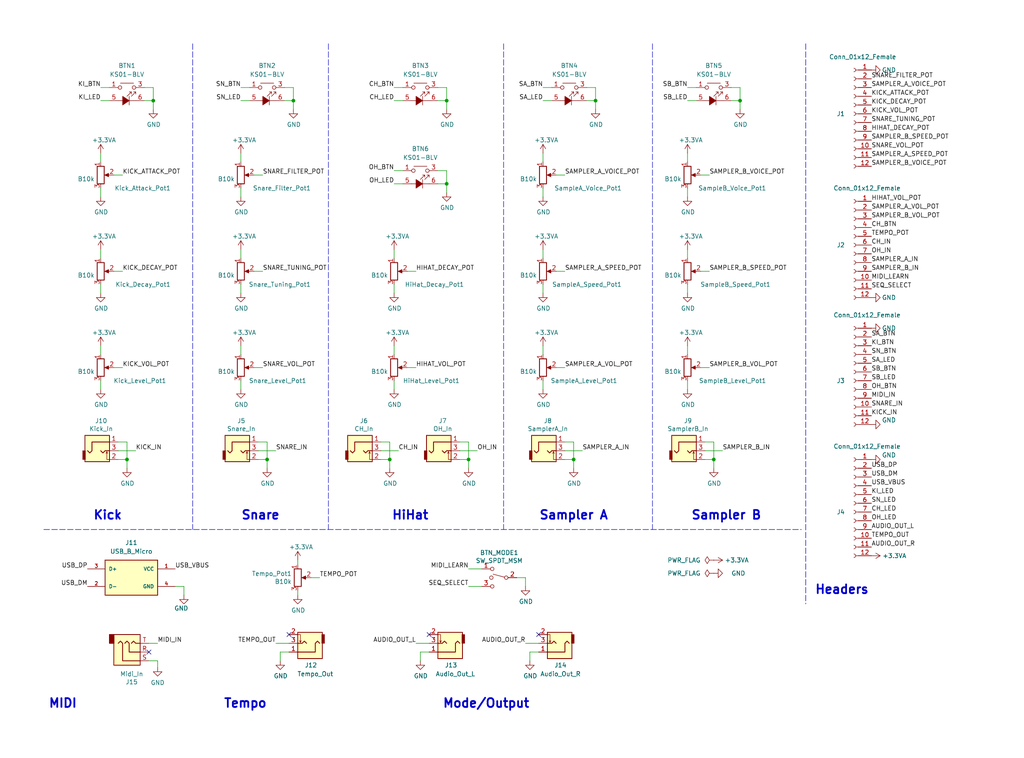
<source format=kicad_sch>
(kicad_sch (version 20211123) (generator eeschema)
  (paper "User" 297.002 219.989)
  (title_block (title "Punck Control Board") (company "Mountjoy Modular"))
  (lib_symbols
    (symbol "Connector:Conn_01x12_Female" (pin_names (offset 1.016) hide)
      (property "Reference" "J" (at 0 15.24 0))
      (property "Value" "Conn_01x12_Female" (at 0 -17.78 0))
      (symbol "Conn_01x12_Female_1_1"
        (arc (start 0 -14.732) (mid -0.508 -15.24) (end 0 -15.748) (stroke (width 0.1524)))
        (arc (start 0 -12.192) (mid -0.508 -12.7) (end 0 -13.208) (stroke (width 0.1524)))
        (arc (start 0 -9.652) (mid -0.508 -10.16) (end 0 -10.668) (stroke (width 0.1524)))
        (arc (start 0 -7.112) (mid -0.508 -7.62) (end 0 -8.128) (stroke (width 0.1524)))
        (arc (start 0 -4.572) (mid -0.508 -5.08) (end 0 -5.588) (stroke (width 0.1524)))
        (arc (start 0 -2.032) (mid -0.508 -2.54) (end 0 -3.048) (stroke (width 0.1524)))
        (polyline (pts (xy -1.27 -15.24) (xy -0.508 -15.24)) (stroke (width 0.1524)))
        (polyline (pts (xy -1.27 -12.7) (xy -0.508 -12.7)) (stroke (width 0.1524)))
        (polyline (pts (xy -1.27 -10.16) (xy -0.508 -10.16)) (stroke (width 0.1524)))
        (polyline (pts (xy -1.27 -7.62) (xy -0.508 -7.62)) (stroke (width 0.1524)))
        (polyline (pts (xy -1.27 -5.08) (xy -0.508 -5.08)) (stroke (width 0.1524)))
        (polyline (pts (xy -1.27 -2.54) (xy -0.508 -2.54)) (stroke (width 0.1524)))
        (polyline (pts (xy -1.27 0) (xy -0.508 0)) (stroke (width 0.1524)))
        (polyline (pts (xy -1.27 2.54) (xy -0.508 2.54)) (stroke (width 0.1524)))
        (polyline (pts (xy -1.27 5.08) (xy -0.508 5.08)) (stroke (width 0.1524)))
        (polyline (pts (xy -1.27 7.62) (xy -0.508 7.62)) (stroke (width 0.1524)))
        (polyline (pts (xy -1.27 10.16) (xy -0.508 10.16)) (stroke (width 0.1524)))
        (polyline (pts (xy -1.27 12.7) (xy -0.508 12.7)) (stroke (width 0.1524)))
        (arc (start 0 0.508) (mid -0.508 0) (end 0 -0.508) (stroke (width 0.1524)))
        (arc (start 0 3.048) (mid -0.508 2.54) (end 0 2.032) (stroke (width 0.1524)))
        (arc (start 0 5.588) (mid -0.508 5.08) (end 0 4.572) (stroke (width 0.1524)))
        (arc (start 0 8.128) (mid -0.508 7.62) (end 0 7.112) (stroke (width 0.1524)))
        (arc (start 0 10.668) (mid -0.508 10.16) (end 0 9.652) (stroke (width 0.1524)))
        (arc (start 0 13.208) (mid -0.508 12.7) (end 0 12.192) (stroke (width 0.1524)))
        (pin passive line (at -5.08 12.7 0) (length 3.81) (name "Pin_1") (number "1"))
        (pin passive line (at -5.08 -10.16 0) (length 3.81) (name "Pin_10") (number "10"))
        (pin passive line (at -5.08 -12.7 0) (length 3.81) (name "Pin_11") (number "11"))
        (pin passive line (at -5.08 -15.24 0) (length 3.81) (name "Pin_12") (number "12"))
        (pin passive line (at -5.08 10.16 0) (length 3.81) (name "Pin_2") (number "2"))
        (pin passive line (at -5.08 7.62 0) (length 3.81) (name "Pin_3") (number "3"))
        (pin passive line (at -5.08 5.08 0) (length 3.81) (name "Pin_4") (number "4"))
        (pin passive line (at -5.08 2.54 0) (length 3.81) (name "Pin_5") (number "5"))
        (pin passive line (at -5.08 0 0) (length 3.81) (name "Pin_6") (number "6"))
        (pin passive line (at -5.08 -2.54 0) (length 3.81) (name "Pin_7") (number "7"))
        (pin passive line (at -5.08 -5.08 0) (length 3.81) (name "Pin_8") (number "8"))
        (pin passive line (at -5.08 -7.62 0) (length 3.81) (name "Pin_9") (number "9"))
      )
    )
    (symbol "Encoder:R_POT" (pin_names (offset 1.016) hide)
      (property "Reference" "RV" (at -4.445 0 90))
      (property "Value" "R_POT" (at -2.54 0 90))
      (symbol "R_POT_0_1"
        (polyline (pts (xy 2.54 0) (xy 1.524 0)))
        (polyline (pts (xy 1.143 0) (xy 2.286 0.508) (xy 2.286 -0.508) (xy 1.143 0)) (fill (type outline)))
        (rectangle (start 1.016 2.54) (end -1.016 -2.54) (stroke (width 0.254)))
      )
      (symbol "R_POT_1_1"
        (pin passive line (at 0 3.81 270) (length 1.27) (name "1") (number "1"))
        (pin passive line (at 3.81 0 180) (length 1.27) (name "2") (number "2"))
        (pin passive line (at 0 -3.81 90) (length 1.27) (name "3") (number "3"))
      )
    )
    (symbol "LED_Button_KS01-BLV:KS01-BLV" (pin_names (offset 1.016) hide)
      (property "Reference" "BTN" (at -1.905 -8.255 0))
      (property "Value" "KS01-BLV" (at 0 -5.715 0))
      (symbol "KS01-BLV_0_0"
        (polyline (pts (xy 0.635 -2.54) (xy 0.635 0)))
        (polyline (pts (xy 1.27 1.27) (xy 0 0)))
        (polyline (pts (xy 2.54 -1.27) (xy -2.54 -1.27)))
        (polyline (pts (xy 2.54 1.27) (xy 1.27 0)))
        (polyline (pts (xy 1.27 0.635) (xy 1.27 1.27) (xy 0.635 1.27)))
        (polyline (pts (xy 2.54 0.635) (xy 2.54 1.27) (xy 1.905 1.27)))
        (polyline (pts (xy 0.635 -1.27) (xy -1.27 -2.54) (xy -1.27 0) (xy 0.635 -1.27)) (fill (type outline)))
      )
      (symbol "KS01-BLV_0_1"
        (circle (center -2.032 2.54) (radius 0.508))
        (polyline (pts (xy -1.905 3.81) (xy 1.905 3.81)))
        (circle (center 2.032 2.54) (radius 0.508))
        (pin passive line (at -5.08 2.54 0) (length 2.54) (name "1") (number "1"))
        (pin passive line (at -5.08 2.54 0) (length 2.54) hide (name "2") (number "2"))
        (pin passive line (at 5.08 2.54 180) (length 2.54) (name "3") (number "3"))
        (pin passive line (at 5.08 2.54 180) (length 2.54) hide (name "4") (number "4"))
        (pin passive line (at -5.08 -1.27 0) (length 2.54) (name "A") (number "5"))
        (pin passive line (at 5.08 -1.27 180) (length 2.54) (name "K") (number "6"))
      )
    )
    (symbol "Switch:SW_SPDT_MSM" (pin_names (offset 0) hide)
      (property "Reference" "SW" (at 0 5.08 0))
      (property "Value" "SW_SPDT_MSM" (at 0 -5.08 0))
      (symbol "SW_SPDT_MSM_0_0"
        (circle (center -2.032 0) (radius 0.508))
        (polyline (pts (xy -1.524 0.127) (xy 1.778 1.016)))
        (circle (center 2.032 -2.54) (radius 0.508))
      )
      (symbol "SW_SPDT_MSM_0_1"
        (circle (center 2.032 2.54) (radius 0.508))
        (circle (center 2.286 0) (radius 0.508))
      )
      (symbol "SW_SPDT_MSM_1_1"
        (pin passive line (at 5.08 2.54 180) (length 2.54) (name "1") (number "1"))
        (pin passive line (at -5.08 0 0) (length 2.54) (name "2") (number "2"))
        (pin passive line (at 5.08 -2.54 180) (length 2.54) (name "3") (number "3"))
      )
    )
    (symbol "USB_TE_1734517-1:1734517-1" (pin_names (offset 1.016))
      (property "Reference" "J?" (at -1.27 5.715 0))
      (property "Value" "1734517-1" (at -6.35 -7.62 0))
      (symbol "1734517-1_0_0"
        (rectangle (start -7.62 -5.08) (end 7.62 5.08) (stroke (width 0.254)) (fill (type background)))
        (pin output line (at 12.7 2.54 180) (length 5.08) (name "VCC") (number "1"))
        (pin bidirectional line (at -12.7 -2.54 0) (length 5.08) (name "D-") (number "2"))
        (pin bidirectional line (at -12.7 2.54 0) (length 5.08) (name "D+") (number "3"))
        (pin power_in line (at 12.7 -2.54 180) (length 5.08) (name "GND") (number "4"))
        (pin no_connect line (at -12.7 0 0) (length 5.08) hide (name "SLD") (number "5"))
        (pin no_connect line (at 12.7 0 180) (length 5.08) hide (name "SLD") (number "6"))
      )
    )
    (symbol "power:+3.3VA" (power) (pin_names (offset 0))
      (property "Value" "+3.3VA" (at 0 3.556 0))
      (symbol "+3.3VA_0_1"
        (polyline (pts (xy -0.762 1.27) (xy 0 2.54)))
        (polyline (pts (xy 0 0) (xy 0 2.54)))
        (polyline (pts (xy 0 2.54) (xy 0.762 1.27)))
      )
      (symbol "+3.3VA_1_1"
        (pin power_in line (at 0 0 90) (length 0) hide (name "+3.3VA") (number "1"))
      )
    )
    (symbol "power:GND" (power) (pin_names (offset 0))
      (property "Value" "GND" (at 0 -3.81 0))
      (symbol "GND_0_1"
        (polyline (pts (xy 0 0) (xy 0 -1.27) (xy 1.27 -1.27) (xy 0 -2.54) (xy -1.27 -1.27) (xy 0 -1.27)))
      )
      (symbol "GND_1_1"
        (pin power_in line (at 0 0 270) (length 0) hide (name "GND") (number "1"))
      )
    )
    (symbol "power:PWR_FLAG" (power) (pin_numbers hide) (pin_names (offset 0) hide)
      (property "Value" "PWR_FLAG" (at 0 3.81 0))
      (symbol "PWR_FLAG_0_0"
        (pin power_out line (at 0 0 90) (length 0) (name "pwr") (number "1"))
      )
      (symbol "PWR_FLAG_0_1"
        (polyline (pts (xy 0 0) (xy 0 1.27) (xy -1.016 1.905) (xy 0 2.54) (xy 1.016 1.905) (xy 0 1.27)))
      )
    )
    (symbol "thonkiconn:AudioJack2_Ground_Switch" (pin_names (offset 1.016))
      (property "Reference" "J" (at 0 8.89 0))
      (property "Value" "AudioJack2_Ground_Switch" (at 0 6.35 0))
      (symbol "AudioJack2_Ground_Switch_0_1"
        (rectangle (start -4.445 -2.54) (end -5.207 0) (fill (type outline)))
        (polyline (pts (xy 1.778 -0.254) (xy 2.032 -0.762)))
        (polyline (pts (xy 0 0) (xy 0.635 -0.635) (xy 1.27 0) (xy 2.54 0)) (stroke (width 0.254)))
        (polyline (pts (xy 2.54 -2.54) (xy 1.778 -2.54) (xy 1.778 -0.254) (xy 1.524 -0.762)))
        (polyline (pts (xy 2.54 2.54) (xy -2.54 2.54) (xy -2.54 0) (xy -3.175 -0.635) (xy -3.81 0)) (stroke (width 0.254)))
        (rectangle (start 2.54 -3.175) (end -4.572 4.445) (stroke (width 0.254)) (fill (type background)))
      )
      (symbol "AudioJack2_Ground_Switch_1_1"
        (pin passive line (at 5.08 2.54 180) (length 2.54) (name "~") (number "1"))
        (pin passive line (at 5.08 -2.54 180) (length 2.54) (name "~") (number "2"))
        (pin passive line (at 5.08 0 180) (length 2.54) (name "~") (number "3"))
      )
    )
    (symbol "thonkiconn:AudioJack3"
      (property "Reference" "J" (at 0 8.89 0))
      (property "Value" "AudioJack3" (at 0 6.35 0))
      (symbol "AudioJack3_0_1"
        (rectangle (start -5.08 -5.08) (end -6.35 -2.54) (stroke (width 0.254)) (fill (type outline)))
        (polyline (pts (xy 0 -2.54) (xy 0.635 -3.175) (xy 1.27 -2.54) (xy 2.54 -2.54)) (stroke (width 0.254)))
        (polyline (pts (xy -1.905 -2.54) (xy -1.27 -3.175) (xy -0.635 -2.54) (xy -0.635 0) (xy 2.54 0)) (stroke (width 0.254)))
        (polyline (pts (xy 2.54 2.54) (xy -2.54 2.54) (xy -2.54 -2.54) (xy -3.175 -3.175) (xy -3.81 -2.54)) (stroke (width 0.254)))
        (rectangle (start 2.54 3.81) (end -5.08 -5.08) (stroke (width 0.254)) (fill (type background)))
      )
      (symbol "AudioJack3_1_1"
        (pin passive line (at 5.08 0 180) (length 2.54) (name "~") (number "R"))
        (pin passive line (at 5.08 2.54 180) (length 2.54) (name "~") (number "S"))
        (pin passive line (at 5.08 -2.54 180) (length 2.54) (name "~") (number "T"))
      )
    )
  )
  (junction (at 36.83 133.35))
  (junction (at 113.03 133.35))
  (junction (at 129.54 53.34))
  (junction (at 207.01 133.35))
  (junction (at 166.37 133.35))
  (junction (at 129.54 29.21))
  (junction (at 135.89 133.35))
  (junction (at 77.47 133.35))
  (junction (at 214.63 29.21))
  (junction (at 85.09 29.21))
  (junction (at 172.72 29.21))
  (junction (at 44.45 29.21))
  (no_connect (at 83.82 184.15))
  (no_connect (at 124.46 184.15))
  (no_connect (at 156.21 184.15))
  (no_connect (at 43.18 189.23))
  (wire (pts (xy 166.37 128.27) (xy 166.37 133.35)))
  (wire (pts (xy 113.03 133.35) (xy 113.03 135.89)))
  (wire (pts (xy 163.83 130.81) (xy 168.91 130.81)))
  (wire (pts (xy 69.85 44.45) (xy 69.85 46.99)))
  (wire (pts (xy 157.48 25.4) (xy 160.02 25.4)))
  (wire (pts (xy 82.55 25.4) (xy 85.09 25.4)))
  (wire (pts (xy 133.35 130.81) (xy 138.43 130.81)))
  (wire (pts (xy 69.85 100.33) (xy 69.85 102.87)))
  (wire (pts (xy 50.8 170.18) (xy 53.34 170.18)))
  (wire (pts (xy 29.21 29.21) (xy 31.75 29.21)))
  (wire (pts (xy 29.21 72.39) (xy 29.21 74.93)))
  (wire (pts (xy 114.3 82.55) (xy 114.3 85.09)))
  (wire (pts (xy 170.18 29.21) (xy 172.72 29.21)))
  (wire (pts (xy 157.48 110.49) (xy 157.48 113.03)))
  (wire (pts (xy 73.66 78.74) (xy 76.2 78.74)))
  (polyline (pts (xy 189.23 12.7) (xy 189.23 153.67)))
  (wire (pts (xy 69.85 54.61) (xy 69.85 57.15)))
  (wire (pts (xy 129.54 25.4) (xy 129.54 29.21)))
  (wire (pts (xy 161.29 106.68) (xy 163.83 106.68)))
  (wire (pts (xy 74.93 128.27) (xy 77.47 128.27)))
  (wire (pts (xy 163.83 133.35) (xy 166.37 133.35)))
  (wire (pts (xy 74.93 130.81) (xy 80.01 130.81)))
  (wire (pts (xy 114.3 100.33) (xy 114.3 102.87)))
  (wire (pts (xy 212.09 25.4) (xy 214.63 25.4)))
  (wire (pts (xy 166.37 133.35) (xy 166.37 135.89)))
  (wire (pts (xy 204.47 130.81) (xy 209.55 130.81)))
  (wire (pts (xy 139.7 170.18) (xy 135.89 170.18)))
  (wire (pts (xy 73.66 50.8) (xy 76.2 50.8)))
  (wire (pts (xy 133.35 133.35) (xy 135.89 133.35)))
  (wire (pts (xy 199.39 72.39) (xy 199.39 74.93)))
  (wire (pts (xy 212.09 29.21) (xy 214.63 29.21)))
  (wire (pts (xy 135.89 133.35) (xy 135.89 135.89)))
  (wire (pts (xy 129.54 49.53) (xy 129.54 53.34)))
  (wire (pts (xy 118.11 106.68) (xy 120.65 106.68)))
  (wire (pts (xy 129.54 29.21) (xy 129.54 31.75)))
  (wire (pts (xy 139.7 165.1) (xy 135.89 165.1)))
  (wire (pts (xy 83.82 189.23) (xy 81.28 189.23)))
  (wire (pts (xy 41.91 29.21) (xy 44.45 29.21)))
  (wire (pts (xy 203.2 106.68) (xy 205.74 106.68)))
  (wire (pts (xy 69.85 72.39) (xy 69.85 74.93)))
  (polyline (pts (xy 146.05 12.7) (xy 146.05 153.67)))
  (polyline (pts (xy 233.68 12.7) (xy 233.68 175.26)))
  (wire (pts (xy 29.21 110.49) (xy 29.21 113.03)))
  (wire (pts (xy 156.21 189.23) (xy 153.67 189.23)))
  (wire (pts (xy 199.39 29.21) (xy 201.93 29.21)))
  (wire (pts (xy 81.28 189.23) (xy 81.28 191.77)))
  (wire (pts (xy 129.54 53.34) (xy 129.54 55.88)))
  (wire (pts (xy 127 53.34) (xy 129.54 53.34)))
  (wire (pts (xy 34.29 133.35) (xy 36.83 133.35)))
  (wire (pts (xy 207.01 133.35) (xy 207.01 135.89)))
  (wire (pts (xy 199.39 44.45) (xy 199.39 46.99)))
  (wire (pts (xy 114.3 72.39) (xy 114.3 74.93)))
  (wire (pts (xy 214.63 25.4) (xy 214.63 29.21)))
  (wire (pts (xy 124.46 186.69) (xy 120.65 186.69)))
  (wire (pts (xy 110.49 128.27) (xy 113.03 128.27)))
  (wire (pts (xy 69.85 25.4) (xy 72.39 25.4)))
  (wire (pts (xy 33.02 106.68) (xy 35.56 106.68)))
  (wire (pts (xy 33.02 78.74) (xy 35.56 78.74)))
  (wire (pts (xy 172.72 25.4) (xy 172.72 29.21)))
  (wire (pts (xy 29.21 44.45) (xy 29.21 46.99)))
  (wire (pts (xy 86.36 162.56) (xy 86.36 163.83)))
  (wire (pts (xy 85.09 29.21) (xy 85.09 31.75)))
  (wire (pts (xy 110.49 130.81) (xy 115.57 130.81)))
  (wire (pts (xy 114.3 29.21) (xy 116.84 29.21)))
  (wire (pts (xy 85.09 25.4) (xy 85.09 29.21)))
  (polyline (pts (xy 12.7 153.67) (xy 232.41 153.67)))
  (wire (pts (xy 133.35 128.27) (xy 135.89 128.27)))
  (wire (pts (xy 77.47 128.27) (xy 77.47 133.35)))
  (wire (pts (xy 45.72 191.77) (xy 45.72 193.675)))
  (wire (pts (xy 44.45 25.4) (xy 44.45 29.21)))
  (wire (pts (xy 114.3 25.4) (xy 116.84 25.4)))
  (wire (pts (xy 118.11 78.74) (xy 120.65 78.74)))
  (wire (pts (xy 199.39 110.49) (xy 199.39 113.03)))
  (wire (pts (xy 43.18 186.69) (xy 45.72 186.69)))
  (wire (pts (xy 77.47 133.35) (xy 77.47 135.89)))
  (wire (pts (xy 127 29.21) (xy 129.54 29.21)))
  (wire (pts (xy 113.03 128.27) (xy 113.03 133.35)))
  (wire (pts (xy 114.3 110.49) (xy 114.3 113.03)))
  (wire (pts (xy 34.29 130.81) (xy 39.37 130.81)))
  (wire (pts (xy 157.48 44.45) (xy 157.48 46.99)))
  (wire (pts (xy 29.21 100.33) (xy 29.21 102.87)))
  (wire (pts (xy 83.82 186.69) (xy 80.01 186.69)))
  (wire (pts (xy 157.48 72.39) (xy 157.48 74.93)))
  (wire (pts (xy 214.63 29.21) (xy 214.63 31.75)))
  (wire (pts (xy 153.67 189.23) (xy 153.67 191.77)))
  (wire (pts (xy 114.3 53.34) (xy 116.84 53.34)))
  (wire (pts (xy 161.29 50.8) (xy 163.83 50.8)))
  (wire (pts (xy 29.21 82.55) (xy 29.21 85.09)))
  (wire (pts (xy 121.92 189.23) (xy 121.92 191.77)))
  (wire (pts (xy 29.21 54.61) (xy 29.21 57.15)))
  (wire (pts (xy 41.91 25.4) (xy 44.45 25.4)))
  (polyline (pts (xy 55.88 12.7) (xy 55.88 153.67)))
  (wire (pts (xy 170.18 25.4) (xy 172.72 25.4)))
  (wire (pts (xy 156.21 186.69) (xy 152.4 186.69)))
  (wire (pts (xy 127 25.4) (xy 129.54 25.4)))
  (wire (pts (xy 69.85 29.21) (xy 72.39 29.21)))
  (wire (pts (xy 43.18 191.77) (xy 45.72 191.77)))
  (wire (pts (xy 172.72 29.21) (xy 172.72 31.75)))
  (wire (pts (xy 36.83 133.35) (xy 36.83 135.89)))
  (wire (pts (xy 69.85 82.55) (xy 69.85 85.09)))
  (wire (pts (xy 86.36 171.45) (xy 86.36 172.72)))
  (wire (pts (xy 74.93 133.35) (xy 77.47 133.35)))
  (wire (pts (xy 157.48 29.21) (xy 160.02 29.21)))
  (wire (pts (xy 90.17 167.64) (xy 92.71 167.64)))
  (wire (pts (xy 152.4 167.64) (xy 152.4 170.18)))
  (polyline (pts (xy 95.25 12.7) (xy 95.25 153.67)))
  (wire (pts (xy 33.02 50.8) (xy 35.56 50.8)))
  (wire (pts (xy 82.55 29.21) (xy 85.09 29.21)))
  (wire (pts (xy 135.89 128.27) (xy 135.89 133.35)))
  (wire (pts (xy 44.45 29.21) (xy 44.45 31.75)))
  (wire (pts (xy 199.39 82.55) (xy 199.39 85.09)))
  (wire (pts (xy 53.34 170.18) (xy 53.34 172.72)))
  (wire (pts (xy 36.83 128.27) (xy 36.83 133.35)))
  (wire (pts (xy 203.2 78.74) (xy 205.74 78.74)))
  (wire (pts (xy 73.66 106.68) (xy 76.2 106.68)))
  (wire (pts (xy 157.48 82.55) (xy 157.48 85.09)))
  (wire (pts (xy 203.2 50.8) (xy 205.74 50.8)))
  (wire (pts (xy 161.29 78.74) (xy 163.83 78.74)))
  (wire (pts (xy 127 49.53) (xy 129.54 49.53)))
  (wire (pts (xy 199.39 25.4) (xy 201.93 25.4)))
  (wire (pts (xy 69.85 110.49) (xy 69.85 113.03)))
  (wire (pts (xy 124.46 189.23) (xy 121.92 189.23)))
  (wire (pts (xy 199.39 54.61) (xy 199.39 57.15)))
  (wire (pts (xy 204.47 128.27) (xy 207.01 128.27)))
  (wire (pts (xy 34.29 128.27) (xy 36.83 128.27)))
  (wire (pts (xy 110.49 133.35) (xy 113.03 133.35)))
  (wire (pts (xy 114.3 49.53) (xy 116.84 49.53)))
  (wire (pts (xy 204.47 133.35) (xy 207.01 133.35)))
  (wire (pts (xy 199.39 100.33) (xy 199.39 102.87)))
  (wire (pts (xy 157.48 54.61) (xy 157.48 57.15)))
  (wire (pts (xy 29.21 25.4) (xy 31.75 25.4)))
  (wire (pts (xy 157.48 100.33) (xy 157.48 102.87)))
  (wire (pts (xy 152.4 167.64) (xy 149.86 167.64)))
  (wire (pts (xy 207.01 128.27) (xy 207.01 133.35)))
  (wire (pts (xy 163.83 128.27) (xy 166.37 128.27)))
  (text "Mode/Output" (at 128.27 205.74 0) (effects (font (size 2.54 2.54) (thickness 0.508) bold) (justify left bottom)))
  (text "Sampler A" (at 176.53 151.13 180) (effects (font (size 2.54 2.54) (thickness 0.508) bold) (justify right bottom)))
  (text "Tempo" (at 64.77 205.74 0) (effects (font (size 2.54 2.54) (thickness 0.508) bold) (justify left bottom)))
  (text "Sampler B" (at 220.98 151.13 180) (effects (font (size 2.54 2.54) (thickness 0.508) bold) (justify right bottom)))
  (text "HiHat" (at 124.46 151.13 180) (effects (font (size 2.54 2.54) (thickness 0.508) bold) (justify right bottom)))
  (text "Snare" (at 81.28 151.13 180) (effects (font (size 2.54 2.54) (thickness 0.508) bold) (justify right bottom)))
  (text "Kick" (at 35.56 151.13 180) (effects (font (size 2.54 2.54) (thickness 0.508) bold) (justify right bottom)))
  (text "MIDI" (at 13.97 205.74 0) (effects (font (size 2.54 2.54) (thickness 0.508) bold) (justify left bottom)))
  (text "Headers" (at 236.22 172.72 0) (effects (font (size 2.54 2.54) (thickness 0.508) bold) (justify left bottom)))
  (label "SA_LED" (at 252.73 105.41 0))
  (label "CH_IN" (at 252.73 71.12 0))
  (label "SN_LED" (at 69.85 29.21 180))
  (label "SNARE_FILTER_POT" (at 76.2 50.8 0))
  (label "KI_LED" (at 252.73 143.51 0))
  (label "SAMPLER_A_VOL_POT" (at 252.73 60.96 0))
  (label "KI_LED" (at 29.21 29.21 180))
  (label "OH_BTN" (at 252.73 113.03 0))
  (label "SAMPLER_A_VOICE_POT" (at 252.73 25.4 0))
  (label "SN_BTN" (at 252.73 102.87 0))
  (label "KICK_IN" (at 39.37 130.81 0))
  (label "KICK_DECAY_POT" (at 252.73 30.48 0))
  (label "KICK_ATTACK_POT" (at 35.56 50.8 0))
  (label "SNARE_TUNING_POT" (at 252.73 35.56 0))
  (label "SA_BTN" (at 157.48 25.4 180))
  (label "AUDIO_OUT_R" (at 252.73 158.75 0))
  (label "USB_DM" (at 252.73 138.43 0))
  (label "SAMPLER_A_VOICE_POT" (at 163.83 50.8 0))
  (label "SAMPLER_A_VOL_POT" (at 163.83 106.68 0))
  (label "USB_VBUS" (at 252.73 140.97 0))
  (label "SNARE_FILTER_POT" (at 252.73 22.86 0))
  (label "SAMPLER_B_SPEED_POT" (at 252.73 40.64 0))
  (label "TEMPO_POT" (at 92.71 167.64 0))
  (label "SEQ_SELECT" (at 252.73 83.82 0))
  (label "SA_LED" (at 157.48 29.21 180))
  (label "SNARE_IN" (at 80.01 130.81 0))
  (label "SNARE_IN" (at 252.73 118.11 0))
  (label "USB_DP" (at 25.4 165.1 180))
  (label "HIHAT_VOL_POT" (at 120.65 106.68 0))
  (label "CH_IN" (at 115.57 130.81 0))
  (label "SNARE_VOL_POT" (at 76.2 106.68 0))
  (label "CH_LED" (at 114.3 29.21 180))
  (label "TEMPO_OUT" (at 252.73 156.21 0))
  (label "MIDI_IN" (at 45.72 186.69 0))
  (label "AUDIO_OUT_L" (at 120.65 186.69 180))
  (label "HIHAT_DECAY_POT" (at 120.65 78.74 0))
  (label "CH_BTN" (at 252.73 66.04 0))
  (label "OH_BTN" (at 114.3 49.53 180))
  (label "HIHAT_VOL_POT" (at 252.73 58.42 0))
  (label "SN_LED" (at 252.73 146.05 0))
  (label "CH_LED" (at 252.73 148.59 0))
  (label "USB_DP" (at 252.73 135.89 0))
  (label "MIDI_LEARN" (at 135.89 165.1 180))
  (label "CH_BTN" (at 114.3 25.4 180))
  (label "KICK_ATTACK_POT" (at 252.73 27.94 0))
  (label "SAMPLER_A_SPEED_POT" (at 252.73 45.72 0))
  (label "SNARE_VOL_POT" (at 252.73 43.18 0))
  (label "SB_LED" (at 199.39 29.21 180))
  (label "MIDI_LEARN" (at 252.73 81.28 0))
  (label "USB_DM" (at 25.4 170.18 180))
  (label "KICK_DECAY_POT" (at 35.56 78.74 0))
  (label "KICK_IN" (at 252.73 120.65 0))
  (label "SEQ_SELECT" (at 135.89 170.18 180))
  (label "SAMPLER_A_IN" (at 252.73 76.2 0))
  (label "MIDI_IN" (at 252.73 115.57 0))
  (label "SB_LED" (at 252.73 110.49 0))
  (label "SAMPLER_B_IN" (at 252.73 78.74 0))
  (label "OH_LED" (at 114.3 53.34 180))
  (label "SAMPLER_B_VOL_POT" (at 205.74 106.68 0))
  (label "OH_IN" (at 138.43 130.81 0))
  (label "OH_IN" (at 252.73 73.66 0))
  (label "SN_BTN" (at 69.85 25.4 180))
  (label "SAMPLER_B_SPEED_POT" (at 205.74 78.74 0))
  (label "SAMPLER_A_IN" (at 168.91 130.81 0))
  (label "SA_BTN" (at 252.73 97.79 0))
  (label "KICK_VOL_POT" (at 252.73 33.02 0))
  (label "SAMPLER_B_VOICE_POT" (at 252.73 48.26 0))
  (label "SNARE_TUNING_POT" (at 76.2 78.74 0))
  (label "SAMPLER_B_VOICE_POT" (at 205.74 50.8 0))
  (label "KI_BTN" (at 29.21 25.4 180))
  (label "HIHAT_DECAY_POT" (at 252.73 38.1 0))
  (label "AUDIO_OUT_L" (at 252.73 153.67 0))
  (label "OH_LED" (at 252.73 151.13 0))
  (label "AUDIO_OUT_R" (at 152.4 186.69 180))
  (label "SAMPLER_B_IN" (at 209.55 130.81 0))
  (label "SB_BTN" (at 252.73 107.95 0))
  (label "SAMPLER_B_VOL_POT" (at 252.73 63.5 0))
  (label "USB_VBUS" (at 50.8 165.1 0))
  (label "SAMPLER_A_SPEED_POT" (at 163.83 78.74 0))
  (label "KI_BTN" (at 252.73 100.33 0))
  (label "KICK_VOL_POT" (at 35.56 106.68 0))
  (label "TEMPO_POT" (at 252.73 68.58 0))
  (label "TEMPO_OUT" (at 80.01 186.69 180))
  (label "SB_BTN" (at 199.39 25.4 180))
  (symbol (lib_id "Encoder:R_POT") (at 199.39 78.74 0) (unit 1)
    (property "Reference" "SampleB_Speed_Pot1" (at 223.52 82.55 0) (effects (justify right)))
    (property "Value" "B10k" (at 197.6374 79.883 0) (effects (justify right)))
    (property "Footprint" "Custom_Footprints:Alpha_9mm_Potentiometer_Aligned" (effects hide))
  )
  (symbol (lib_id "power:+3.3VA") (at 199.39 72.39 0) (unit 1)
    (property "Reference" "#PWR021" (effects hide))
    (property "Value" "+3.3VA" (at 196.85 68.58 0) (effects (justify left)))
  )
  (symbol (lib_id "power:GND") (at 199.39 85.09 0) (unit 1)
    (property "Reference" "#PWR026" (effects hide))
    (property "Value" "GND" (at 199.517 89.4842 0))
  )
  (symbol (lib_id "power:PWR_FLAG") (at 207.01 162.56 90) (unit 1)
    (property "Reference" "#FLG01" (effects hide))
    (property "Value" "PWR_FLAG" (at 203.1966 162.5796 90) (effects (justify left)))
  )
  (symbol (lib_id "power:+3.3VA") (at 207.01 162.56 270) (unit 1)
    (property "Reference" "#PWR048" (effects hide))
    (property "Value" "+3.3VA" (at 210.185 162.5599 90) (effects (justify left)))
  )
  (symbol (lib_id "Encoder:R_POT") (at 114.3 78.74 0) (unit 1)
    (property "Reference" "HiHat_Decay_Pot1" (at 134.62 82.55 0) (effects (justify right)))
    (property "Value" "B10k" (at 112.5474 79.883 0) (effects (justify right)))
    (property "Footprint" "Custom_Footprints:Alpha_9mm_Potentiometer_Aligned" (effects hide))
  )
  (symbol (lib_id "power:+3.3VA") (at 114.3 72.39 0) (unit 1)
    (property "Reference" "#PWR019" (effects hide))
    (property "Value" "+3.3VA" (at 111.76 68.58 0) (effects (justify left)))
  )
  (symbol (lib_id "power:GND") (at 114.3 85.09 0) (unit 1)
    (property "Reference" "#PWR024" (effects hide))
    (property "Value" "GND" (at 114.427 89.4842 0))
  )
  (symbol (lib_id "Encoder:R_POT") (at 29.21 78.74 0) (unit 1)
    (property "Reference" "Kick_Decay_Pot1" (at 49.53 82.55 0) (effects (justify right)))
    (property "Value" "B10k" (at 27.4574 79.883 0) (effects (justify right)))
    (property "Footprint" "Custom_Footprints:Alpha_9mm_Potentiometer_Aligned" (effects hide))
  )
  (symbol (lib_id "power:+3.3VA") (at 29.21 72.39 0) (unit 1)
    (property "Reference" "#PWR017" (effects hide))
    (property "Value" "+3.3VA" (at 26.67 68.58 0) (effects (justify left)))
  )
  (symbol (lib_id "power:GND") (at 29.21 85.09 0) (unit 1)
    (property "Reference" "#PWR022" (effects hide))
    (property "Value" "GND" (at 29.337 89.4842 0))
  )
  (symbol (lib_id "Encoder:R_POT") (at 29.21 50.8 0) (unit 1)
    (property "Reference" "Kick_Attack_Pot1" (at 49.53 54.61 0) (effects (justify right)))
    (property "Value" "B10k" (at 27.4574 51.943 0) (effects (justify right)))
    (property "Footprint" "Custom_Footprints:Alpha_9mm_Potentiometer_Aligned" (effects hide))
  )
  (symbol (lib_id "power:+3.3VA") (at 29.21 44.45 0) (unit 1)
    (property "Reference" "#PWR07" (effects hide))
    (property "Value" "+3.3VA" (at 26.67 40.64 0) (effects (justify left)))
  )
  (symbol (lib_id "power:GND") (at 29.21 57.15 0) (unit 1)
    (property "Reference" "#PWR013" (effects hide))
    (property "Value" "GND" (at 29.337 61.5442 0))
  )
  (symbol (lib_id "Encoder:R_POT") (at 86.36 167.64 0) (unit 1)
    (property "Reference" "Tempo_Pot1" (at 84.6074 166.4716 0) (effects (justify right)))
    (property "Value" "B10k" (at 84.6074 168.783 0) (effects (justify right)))
    (property "Footprint" "Custom_Footprints:Alpha_9mm_Potentiometer_Aligned" (effects hide))
  )
  (symbol (lib_id "power:+3.3VA") (at 86.36 162.56 0) (unit 1)
    (property "Reference" "#PWR047" (effects hide))
    (property "Value" "+3.3VA" (at 83.82 158.75 0) (effects (justify left)))
  )
  (symbol (lib_id "power:GND") (at 86.36 172.72 0) (unit 1)
    (property "Reference" "#PWR052" (effects hide))
    (property "Value" "GND" (at 86.487 177.1142 0))
  )
  (symbol (lib_id "thonkiconn:AudioJack2_Ground_Switch") (at 129.54 186.69 180) (unit 1)
    (property "Reference" "J13" (at 130.81 193.04 0))
    (property "Value" "Audio_Out_L" (at 132.08 195.58 0))
    (property "Footprint" "Custom_Footprints:THONKICONN_hole" (effects hide))
  )
  (symbol (lib_id "power:GND") (at 121.92 191.77 0) (unit 1)
    (property "Reference" "#PWR054" (effects hide))
    (property "Value" "GND" (at 122.047 196.1642 0))
  )
  (symbol (lib_id "thonkiconn:AudioJack2_Ground_Switch") (at 88.9 186.69 180) (unit 1)
    (property "Reference" "J12" (at 90.17 193.04 0))
    (property "Value" "Tempo_Out" (at 91.44 195.58 0))
    (property "Footprint" "Custom_Footprints:THONKICONN_hole" (effects hide))
  )
  (symbol (lib_id "power:GND") (at 81.28 191.77 0) (unit 1)
    (property "Reference" "#PWR053" (effects hide))
    (property "Value" "GND" (at 81.407 196.1642 0))
  )
  (symbol (lib_id "power:GND") (at 152.4 170.18 0) (unit 1)
    (property "Reference" "#PWR050" (effects hide))
    (property "Value" "GND" (at 152.527 174.5742 0))
  )
  (symbol (lib_id "power:GND") (at 207.01 166.37 90) (unit 1)
    (property "Reference" "#PWR049" (effects hide))
    (property "Value" "GND" (at 212.09 166.3699 90) (effects (justify right)))
  )
  (symbol (lib_id "power:PWR_FLAG") (at 207.01 166.37 90) (unit 1)
    (property "Reference" "#FLG02" (effects hide))
    (property "Value" "PWR_FLAG" (at 203.2 166.37 90) (effects (justify left)))
  )
  (symbol (lib_id "Switch:SW_SPDT_MSM") (at 144.78 167.64 0) (mirror y) (unit 1)
    (property "Reference" "BTN_MODE1" (at 144.78 160.401 0))
    (property "Value" "SW_SPDT_MSM" (at 144.78 162.7124 0))
    (property "Footprint" "Custom_Footprints:SPDT_SubMiniature_Aligned" (effects hide))
  )
  (symbol (lib_id "LED_Button_KS01-BLV:KS01-BLV") (at 121.92 52.07 0) (unit 1)
    (property "Reference" "BTN6" (at 121.92 43.18 0))
    (property "Value" "KS01-BLV" (at 121.92 45.72 0))
    (property "Footprint" "Custom_Footprints:KS01-BLV" (effects hide))
  )
  (symbol (lib_id "power:GND") (at 44.45 31.75 0) (unit 1)
    (property "Reference" "#PWR02" (effects hide))
    (property "Value" "GND" (at 44.577 36.1442 0))
  )
  (symbol (lib_id "LED_Button_KS01-BLV:KS01-BLV") (at 207.01 27.94 0) (unit 1)
    (property "Reference" "BTN5" (at 207.01 19.05 0))
    (property "Value" "KS01-BLV" (at 207.01 21.59 0))
    (property "Footprint" "Custom_Footprints:KS01-BLV" (effects hide))
  )
  (symbol (lib_id "Encoder:R_POT") (at 199.39 106.68 0) (unit 1)
    (property "Reference" "SampleB_Level_Pot1" (at 222.25 110.49 0) (effects (justify right)))
    (property "Value" "B10k" (at 197.6374 107.823 0) (effects (justify right)))
    (property "Footprint" "Custom_Footprints:Alpha_9mm_Potentiometer_Aligned" (effects hide))
  )
  (symbol (lib_id "power:GND") (at 69.85 85.09 0) (unit 1)
    (property "Reference" "#PWR023" (effects hide))
    (property "Value" "GND" (at 69.977 89.4842 0))
  )
  (symbol (lib_id "Encoder:R_POT") (at 29.21 106.68 0) (unit 1)
    (property "Reference" "Kick_Level_Pot1" (at 48.26 110.49 0) (effects (justify right)))
    (property "Value" "B10k" (at 27.4574 107.823 0) (effects (justify right)))
    (property "Footprint" "Custom_Footprints:Alpha_9mm_Potentiometer_Aligned" (effects hide))
  )
  (symbol (lib_id "power:+3.3VA") (at 252.73 161.29 270) (unit 1)
    (property "Reference" "#PWR0106" (effects hide))
    (property "Value" "+3.3VA" (at 255.905 161.2899 90) (effects (justify left)))
  )
  (symbol (lib_id "power:GND") (at 45.72 193.675 0) (unit 1)
    (property "Reference" "#PWR056" (effects hide))
    (property "Value" "GND" (at 45.72 198.12 0))
  )
  (symbol (lib_id "Encoder:R_POT") (at 199.39 50.8 0) (unit 1)
    (property "Reference" "SampleB_Voice_Pot1" (at 222.25 54.61 0) (effects (justify right)))
    (property "Value" "B10k" (at 197.6374 51.943 0) (effects (justify right)))
    (property "Footprint" "Custom_Footprints:Alpha_9mm_Potentiometer_Aligned" (effects hide))
  )
  (symbol (lib_id "power:GND") (at 135.89 135.89 0) (unit 1)
    (property "Reference" "#PWR043" (effects hide))
    (property "Value" "GND" (at 136.017 140.2842 0))
  )
  (symbol (lib_id "thonkiconn:AudioJack2_Ground_Switch") (at 29.21 130.81 0) (unit 1)
    (property "Reference" "J10" (at 29.337 122.1232 0))
    (property "Value" "Kick_In" (at 29.337 124.4346 0))
    (property "Footprint" "Custom_Footprints:THONKICONN_hole" (effects hide))
  )
  (symbol (lib_id "power:GND") (at 36.83 135.89 0) (unit 1)
    (property "Reference" "#PWR040" (effects hide))
    (property "Value" "GND" (at 36.957 140.2842 0))
  )
  (symbol (lib_id "thonkiconn:AudioJack3") (at 38.1 189.23 0) (mirror x) (unit 1)
    (property "Reference" "J15" (at 38.2016 197.9168 0))
    (property "Value" "Midi_In" (at 38.2016 195.6054 0))
    (property "Footprint" "Custom_Footprints:Thonkiconn_Stereo-PJ366ST" (effects hide))
  )
  (symbol (lib_id "power:GND") (at 252.73 86.36 90) (unit 1)
    (property "Reference" "#PWR0105" (effects hide))
    (property "Value" "GND" (at 257.81 86.36 90))
  )
  (symbol (lib_id "power:GND") (at 172.72 31.75 0) (unit 1)
    (property "Reference" "#PWR05" (effects hide))
    (property "Value" "GND" (at 172.847 36.1442 0))
  )
  (symbol (lib_id "thonkiconn:AudioJack2_Ground_Switch") (at 199.39 130.81 0) (unit 1)
    (property "Reference" "J9" (at 199.517 122.1232 0))
    (property "Value" "SamplerB_In" (at 199.517 124.4346 0))
    (property "Footprint" "Custom_Footprints:THONKICONN_hole" (effects hide))
  )
  (symbol (lib_id "Encoder:R_POT") (at 157.48 50.8 0) (unit 1)
    (property "Reference" "SampleA_Voice_Pot1" (at 180.34 54.61 0) (effects (justify right)))
    (property "Value" "B10k" (at 155.7274 51.943 0) (effects (justify right)))
    (property "Footprint" "Custom_Footprints:Alpha_9mm_Potentiometer_Aligned" (effects hide))
  )
  (symbol (lib_id "thonkiconn:AudioJack2_Ground_Switch") (at 105.41 130.81 0) (unit 1)
    (property "Reference" "J6" (at 105.537 122.1232 0))
    (property "Value" "CH_In" (at 105.537 124.4346 0))
    (property "Footprint" "Custom_Footprints:THONKICONN_hole" (effects hide))
  )
  (symbol (lib_id "power:GND") (at 157.48 85.09 0) (unit 1)
    (property "Reference" "#PWR025" (effects hide))
    (property "Value" "GND" (at 157.607 89.4842 0))
  )
  (symbol (lib_id "thonkiconn:AudioJack2_Ground_Switch") (at 161.29 186.69 180) (unit 1)
    (property "Reference" "J14" (at 162.56 193.04 0))
    (property "Value" "Audio_Out_R" (at 162.56 195.58 0))
    (property "Footprint" "Custom_Footprints:THONKICONN_hole" (effects hide))
  )
  (symbol (lib_id "Encoder:R_POT") (at 114.3 106.68 0) (unit 1)
    (property "Reference" "HiHat_Level_Pot1" (at 133.35 110.49 0) (effects (justify right)))
    (property "Value" "B10k" (at 112.5474 107.823 0) (effects (justify right)))
    (property "Footprint" "Custom_Footprints:Alpha_9mm_Potentiometer_Aligned" (effects hide))
  )
  (symbol (lib_id "LED_Button_KS01-BLV:KS01-BLV") (at 165.1 27.94 0) (unit 1)
    (property "Reference" "BTN4" (at 165.1 19.05 0))
    (property "Value" "KS01-BLV" (at 165.1 21.59 0))
    (property "Footprint" "Custom_Footprints:KS01-BLV" (effects hide))
  )
  (symbol (lib_id "Connector:Conn_01x12_Female") (at 247.65 71.12 0) (mirror y) (unit 1)
    (property "Reference" "J2" (at 243.84 71.12 0))
    (property "Value" "Conn_01x12_Female" (at 251.46 54.61 0))
    (property "Footprint" "Connector_PinHeader_2.54mm:PinHeader_1x12_P2.54mm_Vertical" (effects hide))
  )
  (symbol (lib_id "power:GND") (at 157.48 57.15 0) (unit 1)
    (property "Reference" "#PWR015" (effects hide))
    (property "Value" "GND" (at 157.607 61.5442 0))
  )
  (symbol (lib_id "power:GND") (at 252.73 133.35 90) (unit 1)
    (property "Reference" "#PWR0101" (effects hide))
    (property "Value" "GND" (at 257.81 132.08 90))
  )
  (symbol (lib_id "power:GND") (at 129.54 55.88 0) (unit 1)
    (property "Reference" "#PWR012" (effects hide))
    (property "Value" "GND" (at 129.667 60.2742 0))
  )
  (symbol (lib_id "power:GND") (at 153.67 191.77 0) (unit 1)
    (property "Reference" "#PWR055" (effects hide))
    (property "Value" "GND" (at 153.797 196.1642 0))
  )
  (symbol (lib_id "LED_Button_KS01-BLV:KS01-BLV") (at 77.47 27.94 0) (unit 1)
    (property "Reference" "BTN2" (at 77.47 19.05 0))
    (property "Value" "KS01-BLV" (at 77.47 21.59 0))
    (property "Footprint" "Custom_Footprints:KS01-BLV" (effects hide))
  )
  (symbol (lib_id "power:GND") (at 114.3 113.03 0) (unit 1)
    (property "Reference" "#PWR035" (effects hide))
    (property "Value" "GND" (at 114.427 117.4242 0))
  )
  (symbol (lib_id "Connector:Conn_01x12_Female") (at 247.65 146.05 0) (mirror y) (unit 1)
    (property "Reference" "J4" (at 243.84 148.59 0))
    (property "Value" "Conn_01x12_Female" (at 251.46 129.54 0))
    (property "Footprint" "Connector_PinHeader_2.54mm:PinHeader_1x12_P2.54mm_Vertical" (effects hide))
  )
  (symbol (lib_id "power:+3.3VA") (at 157.48 44.45 0) (unit 1)
    (property "Reference" "#PWR09" (effects hide))
    (property "Value" "+3.3VA" (at 154.94 40.64 0) (effects (justify left)))
  )
  (symbol (lib_id "power:GND") (at 207.01 135.89 0) (unit 1)
    (property "Reference" "#PWR045" (effects hide))
    (property "Value" "GND" (at 207.137 140.2842 0))
  )
  (symbol (lib_id "power:GND") (at 252.73 123.19 90) (unit 1)
    (property "Reference" "#PWR0102" (effects hide))
    (property "Value" "GND" (at 257.81 121.92 90))
  )
  (symbol (lib_id "power:GND") (at 166.37 135.89 0) (unit 1)
    (property "Reference" "#PWR044" (effects hide))
    (property "Value" "GND" (at 166.497 140.2842 0))
  )
  (symbol (lib_id "thonkiconn:AudioJack2_Ground_Switch") (at 69.85 130.81 0) (unit 1)
    (property "Reference" "J5" (at 69.977 122.1232 0))
    (property "Value" "Snare_In" (at 69.977 124.4346 0))
    (property "Footprint" "Custom_Footprints:THONKICONN_hole" (effects hide))
  )
  (symbol (lib_id "power:+3.3VA") (at 69.85 100.33 0) (unit 1)
    (property "Reference" "#PWR029" (effects hide))
    (property "Value" "+3.3VA" (at 67.31 96.52 0) (effects (justify left)))
  )
  (symbol (lib_id "LED_Button_KS01-BLV:KS01-BLV") (at 36.83 27.94 0) (unit 1)
    (property "Reference" "BTN1" (at 36.83 19.05 0))
    (property "Value" "KS01-BLV" (at 36.83 21.59 0))
    (property "Footprint" "Custom_Footprints:KS01-BLV" (effects hide))
  )
  (symbol (lib_id "thonkiconn:AudioJack2_Ground_Switch") (at 158.75 130.81 0) (unit 1)
    (property "Reference" "J8" (at 158.877 122.1232 0))
    (property "Value" "SamplerA_In" (at 158.877 124.4346 0))
    (property "Footprint" "Custom_Footprints:THONKICONN_hole" (effects hide))
  )
  (symbol (lib_id "power:GND") (at 29.21 113.03 0) (unit 1)
    (property "Reference" "#PWR033" (effects hide))
    (property "Value" "GND" (at 29.337 117.4242 0))
  )
  (symbol (lib_id "power:GND") (at 53.34 172.72 0) (unit 1)
    (property "Reference" "#PWR051" (effects hide))
    (property "Value" "GND" (at 54.61 176.53 0) (effects (justify right)))
  )
  (symbol (lib_id "power:+3.3VA") (at 199.39 100.33 0) (unit 1)
    (property "Reference" "#PWR032" (effects hide))
    (property "Value" "+3.3VA" (at 196.85 96.52 0) (effects (justify left)))
  )
  (symbol (lib_id "power:GND") (at 85.09 31.75 0) (unit 1)
    (property "Reference" "#PWR03" (effects hide))
    (property "Value" "GND" (at 85.217 36.1442 0))
  )
  (symbol (lib_id "power:GND") (at 129.54 31.75 0) (unit 1)
    (property "Reference" "#PWR04" (effects hide))
    (property "Value" "GND" (at 129.667 36.1442 0))
  )
  (symbol (lib_id "power:GND") (at 69.85 113.03 0) (unit 1)
    (property "Reference" "#PWR034" (effects hide))
    (property "Value" "GND" (at 69.977 117.4242 0))
  )
  (symbol (lib_id "power:GND") (at 214.63 31.75 0) (unit 1)
    (property "Reference" "#PWR06" (effects hide))
    (property "Value" "GND" (at 214.757 36.1442 0))
  )
  (symbol (lib_id "Encoder:R_POT") (at 157.48 106.68 0) (unit 1)
    (property "Reference" "SampleA_Level_Pot1" (at 179.07 110.49 0) (effects (justify right)))
    (property "Value" "B10k" (at 155.7274 107.823 0) (effects (justify right)))
    (property "Footprint" "Custom_Footprints:Alpha_9mm_Potentiometer_Aligned" (effects hide))
  )
  (symbol (lib_id "power:GND") (at 199.39 57.15 0) (unit 1)
    (property "Reference" "#PWR016" (effects hide))
    (property "Value" "GND" (at 199.517 61.5442 0))
  )
  (symbol (lib_id "power:GND") (at 252.73 95.25 90) (unit 1)
    (property "Reference" "#PWR0103" (effects hide))
    (property "Value" "GND" (at 257.81 95.25 90))
  )
  (symbol (lib_id "LED_Button_KS01-BLV:KS01-BLV") (at 121.92 27.94 0) (unit 1)
    (property "Reference" "BTN3" (at 121.92 19.05 0))
    (property "Value" "KS01-BLV" (at 121.92 21.59 0))
    (property "Footprint" "Custom_Footprints:KS01-BLV" (effects hide))
  )
  (symbol (lib_id "power:+3.3VA") (at 114.3 100.33 0) (unit 1)
    (property "Reference" "#PWR030" (effects hide))
    (property "Value" "+3.3VA" (at 111.76 96.52 0) (effects (justify left)))
  )
  (symbol (lib_id "Encoder:R_POT") (at 69.85 106.68 0) (unit 1)
    (property "Reference" "Snare_Level_Pot1" (at 88.9 110.49 0) (effects (justify right)))
    (property "Value" "B10k" (at 68.0974 107.823 0) (effects (justify right)))
    (property "Footprint" "Custom_Footprints:Alpha_9mm_Potentiometer_Aligned" (effects hide))
  )
  (symbol (lib_id "power:GND") (at 252.73 20.32 90) (unit 1)
    (property "Reference" "#PWR0104" (effects hide))
    (property "Value" "GND" (at 257.81 20.32 90))
  )
  (symbol (lib_id "Encoder:R_POT") (at 157.48 78.74 0) (unit 1)
    (property "Reference" "SampleA_Speed_Pot1" (at 180.34 82.55 0) (effects (justify right)))
    (property "Value" "B10k" (at 155.7274 79.883 0) (effects (justify right)))
    (property "Footprint" "Custom_Footprints:Alpha_9mm_Potentiometer_Aligned" (effects hide))
  )
  (symbol (lib_id "USB_TE_1734517-1:1734517-1") (at 38.1 167.64 0) (unit 1)
    (property "Reference" "J11" (at 38.1 157.48 0))
    (property "Value" "USB_B_Micro" (at 38.1 160.02 0))
    (property "Footprint" "Custom_Footprints:USB_TE_1734517-1" (effects hide))
    (property "Datasheet" "https://uk.rs-online.com/web/p/products/7187236/" (effects hide))
  )
  (symbol (lib_id "Encoder:R_POT") (at 69.85 50.8 0) (unit 1)
    (property "Reference" "Snare_Filter_Pot1" (at 90.17 54.61 0) (effects (justify right)))
    (property "Value" "B10k" (at 68.0974 51.943 0) (effects (justify right)))
    (property "Footprint" "Custom_Footprints:Alpha_9mm_Potentiometer_Aligned" (effects hide))
  )
  (symbol (lib_id "Encoder:R_POT") (at 69.85 78.74 0) (unit 1)
    (property "Reference" "Snare_Tuning_Pot1" (at 90.17 82.55 0) (effects (justify right)))
    (property "Value" "B10k" (at 68.0974 79.883 0) (effects (justify right)))
    (property "Footprint" "Custom_Footprints:Alpha_9mm_Potentiometer_Aligned" (effects hide))
  )
  (symbol (lib_id "power:+3.3VA") (at 69.85 72.39 0) (unit 1)
    (property "Reference" "#PWR018" (effects hide))
    (property "Value" "+3.3VA" (at 67.31 68.58 0) (effects (justify left)))
  )
  (symbol (lib_id "Connector:Conn_01x12_Female") (at 247.65 107.95 0) (mirror y) (unit 1)
    (property "Reference" "J3" (at 243.84 110.49 0))
    (property "Value" "Conn_01x12_Female" (at 251.46 91.44 0))
    (property "Footprint" "Connector_PinHeader_2.54mm:PinHeader_1x12_P2.54mm_Vertical" (effects hide))
  )
  (symbol (lib_id "power:+3.3VA") (at 157.48 72.39 0) (unit 1)
    (property "Reference" "#PWR020" (effects hide))
    (property "Value" "+3.3VA" (at 154.94 68.58 0) (effects (justify left)))
  )
  (symbol (lib_id "power:GND") (at 113.03 135.89 0) (unit 1)
    (property "Reference" "#PWR042" (effects hide))
    (property "Value" "GND" (at 113.157 140.2842 0))
  )
  (symbol (lib_id "power:+3.3VA") (at 29.21 100.33 0) (unit 1)
    (property "Reference" "#PWR028" (effects hide))
    (property "Value" "+3.3VA" (at 26.67 96.52 0) (effects (justify left)))
  )
  (symbol (lib_id "power:+3.3VA") (at 157.48 100.33 0) (unit 1)
    (property "Reference" "#PWR031" (effects hide))
    (property "Value" "+3.3VA" (at 154.94 96.52 0) (effects (justify left)))
  )
  (symbol (lib_id "Connector:Conn_01x12_Female") (at 247.65 33.02 0) (mirror y) (unit 1)
    (property "Reference" "J1" (at 243.84 33.02 0))
    (property "Value" "Conn_01x12_Female" (at 250.19 16.51 0))
    (property "Footprint" "Connector_PinHeader_2.54mm:PinHeader_1x12_P2.54mm_Vertical" (effects hide))
  )
  (symbol (lib_id "power:GND") (at 157.48 113.03 0) (unit 1)
    (property "Reference" "#PWR036" (effects hide))
    (property "Value" "GND" (at 157.607 117.4242 0))
  )
  (symbol (lib_id "power:GND") (at 69.85 57.15 0) (unit 1)
    (property "Reference" "#PWR014" (effects hide))
    (property "Value" "GND" (at 69.977 61.5442 0))
  )
  (symbol (lib_id "power:GND") (at 199.39 113.03 0) (unit 1)
    (property "Reference" "#PWR037" (effects hide))
    (property "Value" "GND" (at 199.517 117.4242 0))
  )
  (symbol (lib_id "power:+3.3VA") (at 199.39 44.45 0) (unit 1)
    (property "Reference" "#PWR010" (effects hide))
    (property "Value" "+3.3VA" (at 196.85 40.64 0) (effects (justify left)))
  )
  (symbol (lib_id "power:GND") (at 77.47 135.89 0) (unit 1)
    (property "Reference" "#PWR041" (effects hide))
    (property "Value" "GND" (at 77.597 140.2842 0))
  )
  (symbol (lib_id "power:+3.3VA") (at 69.85 44.45 0) (unit 1)
    (property "Reference" "#PWR08" (effects hide))
    (property "Value" "+3.3VA" (at 67.31 40.64 0) (effects (justify left)))
  )
  (symbol (lib_id "thonkiconn:AudioJack2_Ground_Switch") (at 128.27 130.81 0) (unit 1)
    (property "Reference" "J7" (at 128.397 122.1232 0))
    (property "Value" "OH_In" (at 128.397 124.4346 0))
    (property "Footprint" "Custom_Footprints:THONKICONN_hole" (effects hide))
  )
)
</source>
